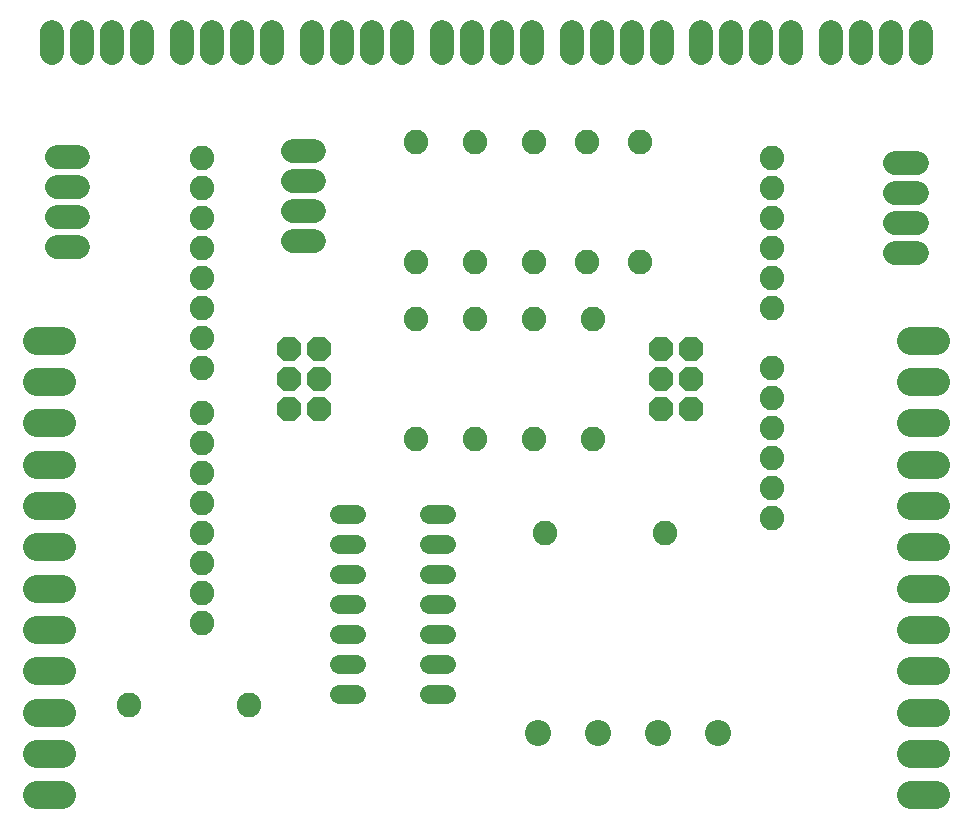
<source format=gts>
G75*
G70*
%OFA0B0*%
%FSLAX24Y24*%
%IPPOS*%
%LPD*%
%AMOC8*
5,1,8,0,0,1.08239X$1,22.5*
%
%ADD10C,0.0820*%
%ADD11C,0.0792*%
%ADD12C,0.0867*%
%ADD13C,0.0920*%
%ADD14OC8,0.0820*%
%ADD15C,0.0640*%
D10*
X004895Y004276D03*
X007328Y007004D03*
X007328Y008004D03*
X007328Y009004D03*
X007328Y010004D03*
X007328Y011004D03*
X007328Y012004D03*
X007328Y013004D03*
X007328Y014004D03*
X007328Y015504D03*
X007328Y016504D03*
X007328Y017504D03*
X007328Y018504D03*
X007328Y019504D03*
X007328Y020504D03*
X007328Y021504D03*
X007328Y022504D03*
X014454Y023048D03*
X016423Y023048D03*
X018391Y023048D03*
X020163Y023048D03*
X021934Y023048D03*
X026328Y022504D03*
X026328Y021504D03*
X026328Y020504D03*
X026328Y019504D03*
X026328Y018504D03*
X026328Y017504D03*
X026328Y015504D03*
X026328Y014504D03*
X026328Y013504D03*
X026328Y012504D03*
X026328Y011504D03*
X026328Y010504D03*
X022753Y010024D03*
X020360Y013142D03*
X018391Y013142D03*
X016423Y013142D03*
X014454Y013142D03*
X018753Y010024D03*
X018391Y017142D03*
X016423Y017142D03*
X014454Y017142D03*
X014454Y019048D03*
X016423Y019048D03*
X018391Y019048D03*
X020163Y019048D03*
X021934Y019048D03*
X020360Y017142D03*
X008895Y004276D03*
D11*
X003196Y019548D02*
X002484Y019548D01*
X002484Y020548D02*
X003196Y020548D01*
X003196Y021548D02*
X002484Y021548D01*
X002484Y022548D02*
X003196Y022548D01*
X003324Y026006D02*
X003324Y026719D01*
X002324Y026719D02*
X002324Y026006D01*
X004324Y026006D02*
X004324Y026719D01*
X005324Y026719D02*
X005324Y026006D01*
X006655Y026006D02*
X006655Y026719D01*
X007655Y026719D02*
X007655Y026006D01*
X008655Y026006D02*
X008655Y026719D01*
X009655Y026719D02*
X009655Y026006D01*
X010986Y026006D02*
X010986Y026719D01*
X011986Y026719D02*
X011986Y026006D01*
X012986Y026006D02*
X012986Y026719D01*
X013986Y026719D02*
X013986Y026006D01*
X015316Y026006D02*
X015316Y026719D01*
X016316Y026719D02*
X016316Y026006D01*
X017316Y026006D02*
X017316Y026719D01*
X018316Y026719D02*
X018316Y026006D01*
X019647Y026006D02*
X019647Y026719D01*
X020647Y026719D02*
X020647Y026006D01*
X021647Y026006D02*
X021647Y026719D01*
X022647Y026719D02*
X022647Y026006D01*
X023978Y026006D02*
X023978Y026719D01*
X024978Y026719D02*
X024978Y026006D01*
X025978Y026006D02*
X025978Y026719D01*
X026978Y026719D02*
X026978Y026006D01*
X028309Y026006D02*
X028309Y026719D01*
X029309Y026719D02*
X029309Y026006D01*
X030309Y026006D02*
X030309Y026719D01*
X031309Y026719D02*
X031309Y026006D01*
X031149Y022351D02*
X030437Y022351D01*
X030437Y021351D02*
X031149Y021351D01*
X031149Y020351D02*
X030437Y020351D01*
X030437Y019351D02*
X031149Y019351D01*
X011070Y019744D02*
X010358Y019744D01*
X010358Y020744D02*
X011070Y020744D01*
X011070Y021744D02*
X010358Y021744D01*
X010358Y022744D02*
X011070Y022744D01*
D12*
X018532Y003341D03*
X020532Y003341D03*
X022532Y003341D03*
X024532Y003341D03*
D13*
X002669Y001264D02*
X001829Y001264D01*
X001829Y002642D02*
X002669Y002642D01*
X002669Y004020D02*
X001829Y004020D01*
X001829Y005398D02*
X002669Y005398D01*
X002669Y006776D02*
X001829Y006776D01*
X001829Y008154D02*
X002669Y008154D01*
X002669Y009532D02*
X001829Y009532D01*
X001829Y010910D02*
X002669Y010910D01*
X002669Y012288D02*
X001829Y012288D01*
X001829Y013666D02*
X002669Y013666D01*
X002669Y015044D02*
X001829Y015044D01*
X001829Y016422D02*
X002669Y016422D01*
X030963Y016422D02*
X031803Y016422D01*
X031803Y015044D02*
X030963Y015044D01*
X030963Y013666D02*
X031803Y013666D01*
X031803Y012288D02*
X030963Y012288D01*
X030963Y010910D02*
X031803Y010910D01*
X031803Y009532D02*
X030963Y009532D01*
X030963Y008154D02*
X031803Y008154D01*
X031803Y006776D02*
X030963Y006776D01*
X030963Y005398D02*
X031803Y005398D01*
X031803Y004020D02*
X030963Y004020D01*
X030963Y002642D02*
X031803Y002642D01*
X031803Y001264D02*
X030963Y001264D01*
D14*
X023616Y014142D03*
X022616Y014142D03*
X022616Y015142D03*
X023616Y015142D03*
X023616Y016142D03*
X022616Y016142D03*
X011214Y016142D03*
X011214Y015142D03*
X010214Y015142D03*
X010214Y016142D03*
X010214Y014142D03*
X011214Y014142D03*
D15*
X011887Y010662D02*
X012447Y010662D01*
X012447Y009662D02*
X011887Y009662D01*
X011887Y008662D02*
X012447Y008662D01*
X012447Y007662D02*
X011887Y007662D01*
X011887Y006662D02*
X012447Y006662D01*
X012447Y005662D02*
X011887Y005662D01*
X011887Y004662D02*
X012447Y004662D01*
X014887Y004662D02*
X015447Y004662D01*
X015447Y005662D02*
X014887Y005662D01*
X014887Y006662D02*
X015447Y006662D01*
X015447Y007662D02*
X014887Y007662D01*
X014887Y008662D02*
X015447Y008662D01*
X015447Y009662D02*
X014887Y009662D01*
X014887Y010662D02*
X015447Y010662D01*
M02*

</source>
